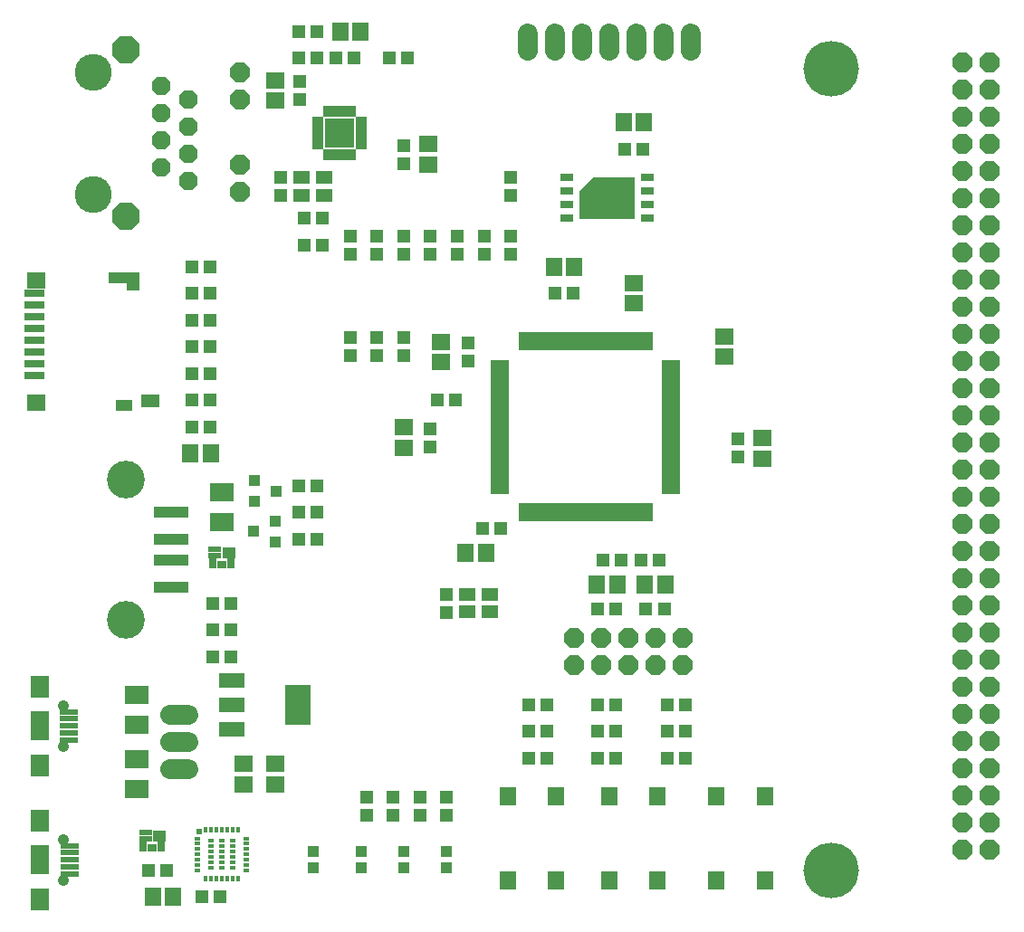
<source format=gbr>
G04 EAGLE Gerber RS-274X export*
G75*
%MOMM*%
%FSLAX34Y34*%
%LPD*%
%INSoldermask Top*%
%IPPOS*%
%AMOC8*
5,1,8,0,0,1.08239X$1,22.5*%
G01*
%ADD10C,5.203200*%
%ADD11R,1.303200X1.203200*%
%ADD12R,1.503200X1.703200*%
%ADD13R,1.203200X1.303200*%
%ADD14R,1.703200X1.503200*%
%ADD15R,1.653200X0.603200*%
%ADD16C,1.053200*%
%ADD17R,1.700000X2.000000*%
%ADD18R,1.700000X2.700000*%
%ADD19C,3.530600*%
%ADD20R,3.203200X1.103200*%
%ADD21R,1.092200X0.990600*%
%ADD22R,1.103200X1.003200*%
%ADD23R,1.203200X0.503200*%
%ADD24R,0.803200X0.503200*%
%ADD25R,0.903200X0.743200*%
%ADD26R,1.203200X0.603200*%
%ADD27C,3.453200*%
%ADD28P,2.768970X8X292.500000*%
%ADD29P,1.853918X8X292.500000*%
%ADD30P,1.962157X8X292.500000*%
%ADD31R,1.953200X0.803200*%
%ADD32R,1.703200X1.003200*%
%ADD33R,1.203200X1.653200*%
%ADD34R,1.603200X1.003200*%
%ADD35R,1.753200X1.203200*%
%ADD36R,1.253200X0.773200*%
%ADD37R,1.703200X0.503200*%
%ADD38R,0.503200X1.703200*%
%ADD39R,0.503200X1.053200*%
%ADD40R,1.053200X0.503200*%
%ADD41R,2.753200X2.753200*%
%ADD42R,2.438400X1.422400*%
%ADD43R,2.403200X3.803200*%
%ADD44R,2.203200X1.803200*%
%ADD45R,1.503200X1.303200*%
%ADD46C,1.828800*%
%ADD47R,0.600000X0.300000*%
%ADD48R,0.300000X0.600000*%
%ADD49R,0.500000X0.500000*%
%ADD50R,1.003200X1.003200*%
%ADD51R,1.503200X1.753200*%
%ADD52P,1.979475X8X202.500000*%
%ADD53P,1.979475X8X292.500000*%

G36*
X575465Y659377D02*
X575465Y659377D01*
X575531Y659379D01*
X575574Y659397D01*
X575621Y659405D01*
X575678Y659439D01*
X575738Y659464D01*
X575773Y659495D01*
X575814Y659520D01*
X575856Y659571D01*
X575904Y659615D01*
X575926Y659657D01*
X575955Y659694D01*
X575976Y659756D01*
X576007Y659815D01*
X576015Y659869D01*
X576027Y659906D01*
X576026Y659946D01*
X576034Y660000D01*
X576034Y698100D01*
X576023Y698165D01*
X576021Y698231D01*
X576003Y698274D01*
X575995Y698321D01*
X575961Y698378D01*
X575936Y698438D01*
X575905Y698473D01*
X575880Y698514D01*
X575829Y698556D01*
X575785Y698604D01*
X575743Y698626D01*
X575706Y698655D01*
X575644Y698676D01*
X575585Y698707D01*
X575531Y698715D01*
X575494Y698727D01*
X575454Y698726D01*
X575400Y698734D01*
X537300Y698734D01*
X537258Y698727D01*
X537216Y698729D01*
X537149Y698707D01*
X537079Y698695D01*
X537043Y698673D01*
X537002Y698660D01*
X536929Y698606D01*
X536886Y698580D01*
X536873Y698564D01*
X536852Y698548D01*
X524152Y685848D01*
X524127Y685814D01*
X524096Y685785D01*
X524064Y685722D01*
X524023Y685664D01*
X524013Y685623D01*
X523993Y685585D01*
X523980Y685496D01*
X523968Y685447D01*
X523970Y685426D01*
X523966Y685400D01*
X523966Y660000D01*
X523977Y659935D01*
X523979Y659869D01*
X523997Y659826D01*
X524005Y659779D01*
X524039Y659722D01*
X524064Y659662D01*
X524095Y659627D01*
X524120Y659586D01*
X524171Y659545D01*
X524215Y659496D01*
X524257Y659474D01*
X524294Y659445D01*
X524356Y659424D01*
X524415Y659393D01*
X524469Y659385D01*
X524506Y659373D01*
X524546Y659374D01*
X524600Y659366D01*
X575400Y659366D01*
X575465Y659377D01*
G37*
D10*
X760000Y50000D03*
X760000Y800000D03*
D11*
X296500Y810000D03*
X313500Y810000D03*
X261500Y810000D03*
X278500Y810000D03*
X161500Y465000D03*
X178500Y465000D03*
D12*
X160500Y440000D03*
X179500Y440000D03*
D11*
X583500Y725000D03*
X566500Y725000D03*
D12*
X584500Y750000D03*
X565500Y750000D03*
D13*
X262500Y771500D03*
X262500Y788500D03*
X360000Y728500D03*
X360000Y711500D03*
D12*
X300500Y835000D03*
X319500Y835000D03*
D14*
X240000Y770500D03*
X240000Y789500D03*
X382500Y729500D03*
X382500Y710500D03*
D11*
X266500Y660000D03*
X283500Y660000D03*
D13*
X245000Y698500D03*
X245000Y681500D03*
D15*
X47150Y185300D03*
X47150Y191800D03*
X47150Y198300D03*
X47150Y178800D03*
X47150Y172300D03*
D16*
X41900Y204300D03*
X41900Y166300D03*
D17*
X19900Y222140D03*
X19900Y148460D03*
D18*
X19900Y185300D03*
D19*
X100000Y284341D03*
X100000Y415659D03*
D20*
X142120Y360000D03*
X142120Y385000D03*
X142120Y340000D03*
X142120Y315000D03*
D21*
X240160Y357594D03*
X240160Y376898D03*
X219840Y367246D03*
D22*
X220000Y414500D03*
X220000Y395500D03*
X241000Y405000D03*
D13*
X266500Y635000D03*
X283500Y635000D03*
X261500Y410000D03*
X278500Y410000D03*
X161500Y565000D03*
X178500Y565000D03*
X161500Y590000D03*
X178500Y590000D03*
X161500Y615000D03*
X178500Y615000D03*
X161500Y515000D03*
X178500Y515000D03*
X161500Y540000D03*
X178500Y540000D03*
X161500Y490000D03*
X178500Y490000D03*
X346500Y810000D03*
X363500Y810000D03*
D11*
X460000Y643500D03*
X460000Y626500D03*
D13*
X408500Y490000D03*
X391500Y490000D03*
X198500Y300000D03*
X181500Y300000D03*
X181500Y275000D03*
X198500Y275000D03*
X198500Y250000D03*
X181500Y250000D03*
X261500Y360000D03*
X278500Y360000D03*
X278500Y385000D03*
X261500Y385000D03*
D23*
X196500Y350000D03*
X196500Y345000D03*
D24*
X198500Y340000D03*
X198500Y335000D03*
D25*
X190000Y336200D03*
D24*
X181500Y335000D03*
X181500Y340000D03*
D23*
X183500Y345000D03*
D26*
X183500Y350500D03*
D27*
X70000Y797150D03*
X70000Y682850D03*
D28*
X100500Y817550D03*
X100500Y662450D03*
D29*
X133500Y784450D03*
X158900Y771750D03*
X133500Y759050D03*
X158900Y746350D03*
X133500Y733650D03*
X158900Y720950D03*
X158900Y695550D03*
X133500Y708250D03*
D30*
X207200Y797150D03*
X207200Y771750D03*
X207200Y710750D03*
X207200Y685350D03*
D31*
X15000Y590000D03*
X15000Y579000D03*
X15000Y568000D03*
X15000Y557000D03*
X15000Y546000D03*
X15000Y535000D03*
X15000Y524000D03*
X15000Y513000D03*
D14*
X16250Y602000D03*
X16250Y487500D03*
D32*
X92250Y604500D03*
D33*
X107250Y601250D03*
D34*
X98750Y485000D03*
D35*
X123000Y489000D03*
D36*
X512500Y660000D03*
X587500Y660000D03*
X512500Y672700D03*
X512500Y685400D03*
X512500Y698100D03*
X587500Y672700D03*
X587500Y685400D03*
X587500Y698100D03*
D37*
X610000Y405000D03*
X610000Y410000D03*
X610000Y415000D03*
X610000Y420000D03*
X610000Y425000D03*
X610000Y430000D03*
X610000Y435000D03*
X610000Y440000D03*
X610000Y445000D03*
X610000Y450000D03*
X610000Y455000D03*
X610000Y460000D03*
X610000Y465000D03*
X610000Y470000D03*
X610000Y475000D03*
X610000Y480000D03*
X610000Y485000D03*
X610000Y490000D03*
X610000Y495000D03*
X610000Y500000D03*
X610000Y505000D03*
X610000Y510000D03*
X610000Y515000D03*
X610000Y520000D03*
X610000Y525000D03*
D38*
X590000Y545000D03*
X585000Y545000D03*
X580000Y545000D03*
X575000Y545000D03*
X570000Y545000D03*
X565000Y545000D03*
X560000Y545000D03*
X555000Y545000D03*
X550000Y545000D03*
X545000Y545000D03*
X540000Y545000D03*
X535000Y545000D03*
X530000Y545000D03*
X525000Y545000D03*
X520000Y545000D03*
X515000Y545000D03*
X510000Y545000D03*
X505000Y545000D03*
X500000Y545000D03*
X495000Y545000D03*
X490000Y545000D03*
X485000Y545000D03*
X480000Y545000D03*
X475000Y545000D03*
X470000Y545000D03*
D37*
X450000Y525000D03*
X450000Y520000D03*
X450000Y515000D03*
X450000Y510000D03*
X450000Y505000D03*
X450000Y500000D03*
X450000Y495000D03*
X450000Y490000D03*
X450000Y485000D03*
X450000Y480000D03*
X450000Y475000D03*
X450000Y470000D03*
X450000Y465000D03*
X450000Y460000D03*
X450000Y455000D03*
X450000Y450000D03*
X450000Y445000D03*
X450000Y440000D03*
X450000Y435000D03*
X450000Y430000D03*
X450000Y425000D03*
X450000Y420000D03*
X450000Y415000D03*
X450000Y410000D03*
X450000Y405000D03*
D38*
X470000Y385000D03*
X475000Y385000D03*
X480000Y385000D03*
X485000Y385000D03*
X490000Y385000D03*
X495000Y385000D03*
X500000Y385000D03*
X505000Y385000D03*
X510000Y385000D03*
X515000Y385000D03*
X520000Y385000D03*
X525000Y385000D03*
X530000Y385000D03*
X535000Y385000D03*
X540000Y385000D03*
X545000Y385000D03*
X550000Y385000D03*
X555000Y385000D03*
X560000Y385000D03*
X565000Y385000D03*
X570000Y385000D03*
X575000Y385000D03*
X580000Y385000D03*
X585000Y385000D03*
X590000Y385000D03*
D39*
X287500Y760500D03*
X292500Y760500D03*
X297500Y760500D03*
X302500Y760500D03*
X307500Y760500D03*
X312500Y760500D03*
D40*
X320500Y752500D03*
X320500Y747500D03*
X320500Y742500D03*
X320500Y737500D03*
X320500Y732500D03*
X320500Y727500D03*
X279500Y727500D03*
X279500Y732500D03*
X279500Y737500D03*
X279500Y742500D03*
X279500Y747500D03*
X279500Y752500D03*
D39*
X312500Y719500D03*
X307500Y719500D03*
X302500Y719500D03*
X297500Y719500D03*
X292500Y719500D03*
X287500Y719500D03*
D41*
X300000Y740000D03*
D42*
X199012Y228114D03*
X199012Y205000D03*
X199012Y181886D03*
D43*
X260990Y205000D03*
D14*
X210000Y149500D03*
X210000Y130500D03*
X240000Y149500D03*
X240000Y130500D03*
D15*
X47250Y60000D03*
X47250Y66500D03*
X47250Y73000D03*
X47250Y53500D03*
X47250Y47000D03*
D16*
X42000Y79000D03*
X42000Y41000D03*
D17*
X20000Y96840D03*
X20000Y23160D03*
D18*
X20000Y60000D03*
D11*
X546500Y340000D03*
X563500Y340000D03*
D12*
X540500Y317500D03*
X559500Y317500D03*
X519500Y615000D03*
X500500Y615000D03*
D11*
X518500Y590000D03*
X501500Y590000D03*
D14*
X395000Y525500D03*
X395000Y544500D03*
D13*
X420000Y526500D03*
X420000Y543500D03*
D14*
X360000Y464500D03*
X360000Y445500D03*
D13*
X385000Y463500D03*
X385000Y446500D03*
D12*
X437000Y347500D03*
X418000Y347500D03*
D11*
X451000Y370000D03*
X434000Y370000D03*
D12*
X585500Y317500D03*
X604500Y317500D03*
D11*
X581500Y340000D03*
X598500Y340000D03*
D14*
X660000Y530500D03*
X660000Y549500D03*
X575000Y580500D03*
X575000Y599500D03*
X695000Y454500D03*
X695000Y435500D03*
D13*
X672500Y453500D03*
X672500Y436500D03*
X558500Y295000D03*
X541500Y295000D03*
X278500Y835000D03*
X261500Y835000D03*
D44*
X190000Y376000D03*
X190000Y404000D03*
X110000Y214000D03*
X110000Y186000D03*
X110000Y126000D03*
X110000Y154000D03*
D45*
X285500Y698250D03*
X285500Y681750D03*
X264500Y698250D03*
X264500Y681750D03*
D46*
X158128Y144600D02*
X141872Y144600D01*
X141872Y170000D02*
X158128Y170000D01*
X158128Y195400D02*
X141872Y195400D01*
D47*
X167000Y80000D03*
X167000Y75000D03*
X167000Y70000D03*
X167000Y65000D03*
X167000Y60000D03*
X167000Y55000D03*
X167000Y50000D03*
D48*
X175000Y42000D03*
X180000Y42000D03*
X185000Y42000D03*
X190000Y42000D03*
X195000Y42000D03*
X200000Y42000D03*
X205000Y42000D03*
D47*
X213000Y50000D03*
X213000Y55000D03*
X213000Y60000D03*
X213000Y65000D03*
X213000Y70000D03*
X213000Y75000D03*
X213000Y80000D03*
D48*
X205000Y88000D03*
X200000Y88000D03*
X195000Y88000D03*
X190000Y88000D03*
X185000Y88000D03*
X180000Y88000D03*
X175000Y88000D03*
D49*
X168975Y86025D03*
D47*
X180000Y77500D03*
X190000Y77500D03*
X200000Y77500D03*
X180000Y72500D03*
X190000Y72500D03*
X200000Y72500D03*
X180000Y67500D03*
X190000Y67500D03*
X200000Y67500D03*
X180000Y62500D03*
X190000Y62500D03*
X200000Y62500D03*
X180000Y57500D03*
X190000Y57500D03*
X200000Y57500D03*
X180000Y52500D03*
X190000Y52500D03*
X200000Y52500D03*
D23*
X131500Y85000D03*
X131500Y80000D03*
D24*
X133500Y75000D03*
X133500Y70000D03*
D25*
X125000Y71200D03*
D24*
X116500Y70000D03*
X116500Y75000D03*
D23*
X118500Y80000D03*
D26*
X118500Y85500D03*
D12*
X144500Y25000D03*
X125500Y25000D03*
D11*
X138500Y50000D03*
X121500Y50000D03*
D50*
X275000Y52500D03*
X275000Y67500D03*
X320000Y52500D03*
X320000Y67500D03*
X360000Y52500D03*
X360000Y67500D03*
X400000Y52500D03*
X400000Y67500D03*
D11*
X325000Y101500D03*
X325000Y118500D03*
X350000Y101500D03*
X350000Y118500D03*
X375000Y101500D03*
X375000Y118500D03*
X400000Y101500D03*
X400000Y118500D03*
X360000Y531500D03*
X360000Y548500D03*
X335000Y531500D03*
X335000Y548500D03*
X310000Y531500D03*
X310000Y548500D03*
X310000Y626500D03*
X310000Y643500D03*
X335000Y626500D03*
X335000Y643500D03*
X435000Y626500D03*
X435000Y643500D03*
X360000Y626500D03*
X360000Y643500D03*
X385000Y626500D03*
X385000Y643500D03*
X410000Y626500D03*
X410000Y643500D03*
D13*
X171500Y25000D03*
X188500Y25000D03*
D46*
X476300Y816872D02*
X476300Y833128D01*
X501700Y833128D02*
X501700Y816872D01*
X527100Y816872D02*
X527100Y833128D01*
X552500Y833128D02*
X552500Y816872D01*
X577900Y816872D02*
X577900Y833128D01*
X603300Y833128D02*
X603300Y816872D01*
X628700Y816872D02*
X628700Y833128D01*
D51*
X502500Y40250D03*
X502500Y119750D03*
X457500Y40250D03*
X457500Y119750D03*
D11*
X493500Y205000D03*
X476500Y205000D03*
D13*
X493500Y180000D03*
X476500Y180000D03*
X476500Y155000D03*
X493500Y155000D03*
D51*
X597500Y40250D03*
X597500Y119750D03*
X552500Y40250D03*
X552500Y119750D03*
D11*
X558500Y205000D03*
X541500Y205000D03*
D13*
X558500Y180000D03*
X541500Y180000D03*
X541500Y155000D03*
X558500Y155000D03*
D51*
X697500Y40250D03*
X697500Y119750D03*
X652500Y40250D03*
X652500Y119750D03*
D11*
X623500Y205000D03*
X606500Y205000D03*
D13*
X623500Y180000D03*
X606500Y180000D03*
X606500Y155000D03*
X623500Y155000D03*
D52*
X620800Y267700D03*
X620800Y242300D03*
X595400Y267700D03*
X595400Y242300D03*
X570000Y267700D03*
X570000Y242300D03*
X544600Y267700D03*
X544600Y242300D03*
X519200Y267700D03*
X519200Y242300D03*
D45*
X440500Y308250D03*
X440500Y291750D03*
X419500Y308250D03*
X419500Y291750D03*
D13*
X400000Y308500D03*
X400000Y291500D03*
D53*
X882300Y806000D03*
X907700Y806000D03*
X882300Y780600D03*
X907700Y780600D03*
X882300Y755200D03*
X907700Y755200D03*
X882300Y729800D03*
X907700Y729800D03*
X882300Y704400D03*
X907700Y704400D03*
X882300Y679000D03*
X907700Y679000D03*
X882300Y653600D03*
X907700Y653600D03*
X882300Y628200D03*
X907700Y628200D03*
X882300Y602800D03*
X907700Y602800D03*
X882300Y577400D03*
X907700Y577400D03*
X882300Y552000D03*
X907700Y552000D03*
X882300Y526600D03*
X907700Y526600D03*
X882300Y501200D03*
X907700Y501200D03*
X882300Y475800D03*
X907700Y475800D03*
X882300Y450400D03*
X907700Y450400D03*
X882300Y425000D03*
X907700Y425000D03*
X882300Y399600D03*
X907700Y399600D03*
X882300Y374200D03*
X907700Y374200D03*
X882300Y348800D03*
X907700Y348800D03*
X882300Y323400D03*
X907700Y323400D03*
X882300Y298000D03*
X907700Y298000D03*
X882300Y272600D03*
X907700Y272600D03*
X882300Y247200D03*
X907700Y247200D03*
X882300Y221800D03*
X907700Y221800D03*
X882300Y196400D03*
X907700Y196400D03*
X882300Y171000D03*
X907700Y171000D03*
X882300Y145600D03*
X907700Y145600D03*
X882300Y120200D03*
X907700Y120200D03*
X882300Y94800D03*
X907700Y94800D03*
X882300Y69400D03*
X907700Y69400D03*
D13*
X603500Y295000D03*
X586500Y295000D03*
D11*
X460000Y698500D03*
X460000Y681500D03*
M02*

</source>
